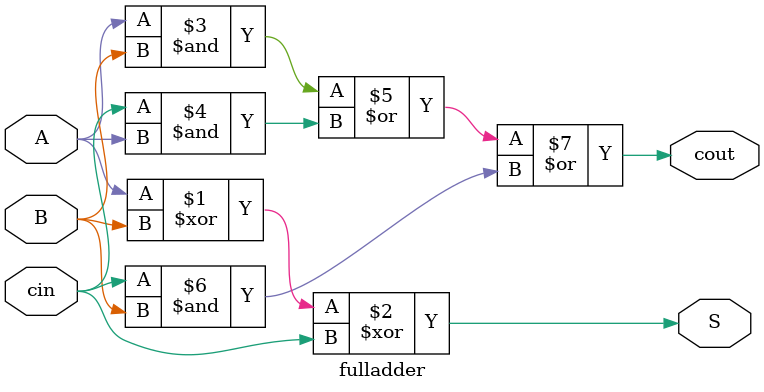
<source format=v>
module mux(LEDR, SW, KEY, HEX0, HEX1, HEX2, HEX3, HEX4, HEX5);
    input [7:0] SW;
    input [2:0] KEY;
    output [7:0] LEDR;
    output [6:0] HEX0;
    output [6:0] HEX1;
    output [6:0] HEX2;
    output [6:0] HEX3;
    output [6:0] HEX4;
    output [6:0] HEX5;

    ALU u0(SW[7:4], SW[3:0], KEY[2:0], LEDR[7:0], HEX0[6:0], HEX1[6:0], HEX2[6:0], HEX3[6:0], HEX4[6:0], HEX5[6:0]);


endmodule

module ALU(A, B, select, Aluout, outh0, outh1, outh2, outh3, outh4, outh5);
input [3:0] A;
input [7:4] B; 
input [2:0] select;
output [7:0] Aluout;
output [6:0] outh0, outh1, outh2, outh3, outh4, outh5;
wire [3:0] w11;
wire w10, w20;
wire carry1, carry2;
wire [3:0] sum1;
wire [3:0] sum2;

assign w11 = 4'b0001;
assign w10 = 1'b0;
assign w20 = 1'b0;
reg [7:0] Aluout;

always @(*)
begin
	case (select [2:0])
		3'b000: Aluout = {carry1, sum1};
		3'b001: Aluout = {carry2, sum2};	
		3'b010: Aluout = A[3:0] + B[7:4];
		3'b011: Aluout = {A[3:0]|B[7:4] ,A[3:0]^B[7:4]};
		3'b100: Aluout = {7'b0000000,A[0] | A[1] | A[2] | A[3] | B[4] | B[5] | B[6] | B[7]};
		3'b101: Aluout = {A[3:0], B[7:4]};
		default: Aluout = 0;
	endcase
end

Rippleadder r1(
	.A(A[3:0]),
	.B(w11),
	.cin(w10),
	.S(sum1),
	.cout(carry1));

Rippleadder r2(
	.A(A[3:0]),
	.B(B[7:4]),
	.cin(w20),	
	.S(sum2),
	.cout(carry2));


// HEX1 and HEX3 is always 0.
seven_seg_decoder s1(
	.S(4'b0000), 
	.HEXO(outh1));
	
seven_seg_decoder s3(
	.S(4'b0000), 
	.HEXO(outh3));

// HEX0 to be value of B
seven_seg_decoder s0(
	.S(B[7:4]), 
	.HEXO(outh0));
//line 80

// HEX2 to be value of A	

seven_seg_decoder s2(
	.S(A[3:0]), 
	.HEXO(outh2));

// HEX4 to be value of the led output [3:0] 	
seven_seg_decoder s4(
	.S(Aluout[3:0]), 
	.HEXO(outh4));
	
// HEX5 to be value of the led output [7:4]	
seven_seg_decoder s5(
	.S(Aluout[7:4]), 
	.HEXO(outh5));

endmodule

module Rippleadder(A, B, cin, S, cout);
	input [3:0] A;
	input [3:0] B;
	input cin;
	output [3:0] S;
	output cout;
	wire [2:0] w;

fulladder u0(
	.A(A[0]),
	.B(B[0]),
	.cin(cin),
	.S(S[0]),
	.cout(w[0])
);
fulladder u1(
	.A(A[1]),
	.B(B[1]),
	.cin(w[0]),
	.S(S[1]),
	.cout(w[1])
);  
fulladder u2(
	.A(A[2]),
	.B(B[2]),
	.cin(w[1]),
	.S(S[2]),
	.cout(w[2])
);
    fulladder u3(
	.A(A[3]),
	.B(B[3]),
	.cin(w[2]),
	.S(S[3]),
	.cout(cout)
);

endmodule

module seven_seg_decoder(S,HEXO);

input [3:0]S;
output [6:0] HEXO;

assign HEXO[0] = (~S[3]&~S[2]&~S[1]&S[0])|(~S[3]&S[2]&~S[1]&~S[0])|(S[3]&S[2]&~S[1]&S[0])|(S[3]&~S[2]&S[1]&S[0]);
assign HEXO[1] = (S[3]&S[2]&~S[0])|(~S[3]&S[2]&~S[1]&S[0])|(S[3]&S[1]&S[0])|(S[2]&S[1]&~S[0]);
assign HEXO[2] = (S[3]&S[2]&S[1])|(S[3]&S[2]&~S[0])|(~S[3]&~S[2]&S[1]&~S[0]);
assign HEXO[3] = (~S[2]&~S[1]&S[0])|(S[2]&S[1]&S[0])|(~S[3]&S[2]&~S[1]&~S[0])|(S[3]&~S[2]&S[1]&~S[0]);
assign HEXO[4] = (~S[1]&~S[3]&S[2])|(~S[3]&S[0])|(~S[2]&~S[1]&S[0]);
assign HEXO[5] = (~S[3]&~S[2]&S[0])|(~S[3]&S[1]&S[0])|(~S[3]&~S[2]&S[1])|(S[3]&S[2]&~S[1]&S[0]);
assign HEXO[6] = (~S[1]&~S[3]&~S[2])|(~S[3]&S[2]&S[1]&S[0])|(S[3]&S[2]&~S[1]&~S[0]);


endmodule


module fulladder(A, B, cin, S, cout);
	input A;
	input B;
	input cin;
	output S;
	output cout;

assign S = A ^ B ^ cin;
assign cout = A & B | cin & A| cin & B;

endmodule


</source>
